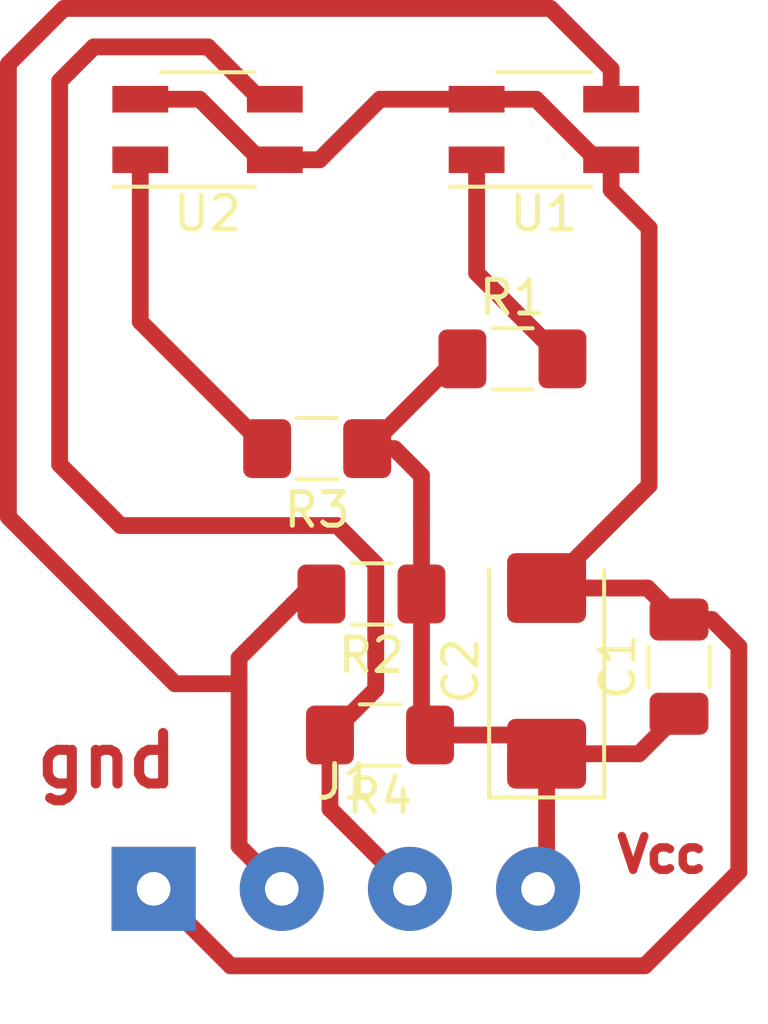
<source format=kicad_pcb>
(kicad_pcb (version 20171130) (host pcbnew "(5.0.0)")

  (general
    (thickness 1.6)
    (drawings 2)
    (tracks 65)
    (zones 0)
    (modules 9)
    (nets 7)
  )

  (page A4)
  (layers
    (0 F.Cu signal)
    (31 B.Cu signal)
    (32 B.Adhes user)
    (33 F.Adhes user)
    (34 B.Paste user)
    (35 F.Paste user)
    (36 B.SilkS user)
    (37 F.SilkS user)
    (38 B.Mask user)
    (39 F.Mask user)
    (40 Dwgs.User user)
    (41 Cmts.User user)
    (42 Eco1.User user)
    (43 Eco2.User user)
    (44 Edge.Cuts user)
    (45 Margin user)
    (46 B.CrtYd user)
    (47 F.CrtYd user)
    (48 B.Fab user)
    (49 F.Fab user)
  )

  (setup
    (last_trace_width 0.25)
    (user_trace_width 0.5)
    (trace_clearance 0.2)
    (zone_clearance 0.508)
    (zone_45_only no)
    (trace_min 0.2)
    (segment_width 0.2)
    (edge_width 0.15)
    (via_size 0.8)
    (via_drill 0.4)
    (via_min_size 0.4)
    (via_min_drill 0.3)
    (uvia_size 0.3)
    (uvia_drill 0.1)
    (uvias_allowed no)
    (uvia_min_size 0.2)
    (uvia_min_drill 0.1)
    (pcb_text_width 0.3)
    (pcb_text_size 1.5 1.5)
    (mod_edge_width 0.15)
    (mod_text_size 1 1)
    (mod_text_width 0.15)
    (pad_size 1.524 1.524)
    (pad_drill 0.762)
    (pad_to_mask_clearance 0.2)
    (aux_axis_origin 0 0)
    (visible_elements 7FFFFFFF)
    (pcbplotparams
      (layerselection 0x010fc_ffffffff)
      (usegerberextensions false)
      (usegerberattributes false)
      (usegerberadvancedattributes false)
      (creategerberjobfile false)
      (excludeedgelayer true)
      (linewidth 0.100000)
      (plotframeref false)
      (viasonmask false)
      (mode 1)
      (useauxorigin false)
      (hpglpennumber 1)
      (hpglpenspeed 20)
      (hpglpendiameter 15.000000)
      (psnegative false)
      (psa4output false)
      (plotreference true)
      (plotvalue true)
      (plotinvisibletext false)
      (padsonsilk false)
      (subtractmaskfromsilk false)
      (outputformat 1)
      (mirror false)
      (drillshape 1)
      (scaleselection 1)
      (outputdirectory ""))
  )

  (net 0 "")
  (net 1 +5V)
  (net 2 GND)
  (net 3 "Net-(J1-Pad2)")
  (net 4 "Net-(J1-Pad3)")
  (net 5 "Net-(R1-Pad2)")
  (net 6 "Net-(R3-Pad2)")

  (net_class Default "This is the default net class."
    (clearance 0.2)
    (trace_width 0.25)
    (via_dia 0.8)
    (via_drill 0.4)
    (uvia_dia 0.3)
    (uvia_drill 0.1)
    (add_net +5V)
    (add_net GND)
    (add_net "Net-(J1-Pad2)")
    (add_net "Net-(J1-Pad3)")
    (add_net "Net-(R1-Pad2)")
    (add_net "Net-(R3-Pad2)")
  )

  (module Capacitor_SMD:C_1206_3216Metric (layer F.Cu) (tedit 5B301BBE) (tstamp 5C7819AF)
    (at 144.018 60.96 90)
    (descr "Capacitor SMD 1206 (3216 Metric), square (rectangular) end terminal, IPC_7351 nominal, (Body size source: http://www.tortai-tech.com/upload/download/2011102023233369053.pdf), generated with kicad-footprint-generator")
    (tags capacitor)
    (path /5C6D660D)
    (attr smd)
    (fp_text reference C1 (at 0 -1.82 90) (layer F.SilkS)
      (effects (font (size 1 1) (thickness 0.15)))
    )
    (fp_text value 10n (at 0 1.82 90) (layer F.Fab)
      (effects (font (size 1 1) (thickness 0.15)))
    )
    (fp_line (start -1.6 0.8) (end -1.6 -0.8) (layer F.Fab) (width 0.1))
    (fp_line (start -1.6 -0.8) (end 1.6 -0.8) (layer F.Fab) (width 0.1))
    (fp_line (start 1.6 -0.8) (end 1.6 0.8) (layer F.Fab) (width 0.1))
    (fp_line (start 1.6 0.8) (end -1.6 0.8) (layer F.Fab) (width 0.1))
    (fp_line (start -0.602064 -0.91) (end 0.602064 -0.91) (layer F.SilkS) (width 0.12))
    (fp_line (start -0.602064 0.91) (end 0.602064 0.91) (layer F.SilkS) (width 0.12))
    (fp_line (start -2.28 1.12) (end -2.28 -1.12) (layer F.CrtYd) (width 0.05))
    (fp_line (start -2.28 -1.12) (end 2.28 -1.12) (layer F.CrtYd) (width 0.05))
    (fp_line (start 2.28 -1.12) (end 2.28 1.12) (layer F.CrtYd) (width 0.05))
    (fp_line (start 2.28 1.12) (end -2.28 1.12) (layer F.CrtYd) (width 0.05))
    (fp_text user %R (at 0 0 90) (layer F.Fab)
      (effects (font (size 0.8 0.8) (thickness 0.12)))
    )
    (pad 1 smd roundrect (at -1.4 0 90) (size 1.25 1.75) (layers F.Cu F.Paste F.Mask) (roundrect_rratio 0.2)
      (net 1 +5V))
    (pad 2 smd roundrect (at 1.4 0 90) (size 1.25 1.75) (layers F.Cu F.Paste F.Mask) (roundrect_rratio 0.2)
      (net 2 GND))
    (model ${KISYS3DMOD}/Capacitor_SMD.3dshapes/C_1206_3216Metric.wrl
      (at (xyz 0 0 0))
      (scale (xyz 1 1 1))
      (rotate (xyz 0 0 0))
    )
  )

  (module Capacitor_Tantalum_SMD:CP_EIA-6032-15_Kemet-U (layer F.Cu) (tedit 5B301BBE) (tstamp 5C7819C2)
    (at 140.081 61.087 90)
    (descr "Tantalum Capacitor SMD Kemet-U (6032-15 Metric), IPC_7351 nominal, (Body size from: http://www.kemet.com/Lists/ProductCatalog/Attachments/253/KEM_TC101_STD.pdf), generated with kicad-footprint-generator")
    (tags "capacitor tantalum")
    (path /5C6D73B7)
    (attr smd)
    (fp_text reference C2 (at 0 -2.55 90) (layer F.SilkS)
      (effects (font (size 1 1) (thickness 0.15)))
    )
    (fp_text value 1u (at 0 2.55 90) (layer F.Fab)
      (effects (font (size 1 1) (thickness 0.15)))
    )
    (fp_line (start 3 -1.6) (end -2.2 -1.6) (layer F.Fab) (width 0.1))
    (fp_line (start -2.2 -1.6) (end -3 -0.8) (layer F.Fab) (width 0.1))
    (fp_line (start -3 -0.8) (end -3 1.6) (layer F.Fab) (width 0.1))
    (fp_line (start -3 1.6) (end 3 1.6) (layer F.Fab) (width 0.1))
    (fp_line (start 3 1.6) (end 3 -1.6) (layer F.Fab) (width 0.1))
    (fp_line (start 3 -1.71) (end -3.76 -1.71) (layer F.SilkS) (width 0.12))
    (fp_line (start -3.76 -1.71) (end -3.76 1.71) (layer F.SilkS) (width 0.12))
    (fp_line (start -3.76 1.71) (end 3 1.71) (layer F.SilkS) (width 0.12))
    (fp_line (start -3.75 1.85) (end -3.75 -1.85) (layer F.CrtYd) (width 0.05))
    (fp_line (start -3.75 -1.85) (end 3.75 -1.85) (layer F.CrtYd) (width 0.05))
    (fp_line (start 3.75 -1.85) (end 3.75 1.85) (layer F.CrtYd) (width 0.05))
    (fp_line (start 3.75 1.85) (end -3.75 1.85) (layer F.CrtYd) (width 0.05))
    (fp_text user %R (at 0 0 90) (layer F.Fab)
      (effects (font (size 1 1) (thickness 0.15)))
    )
    (pad 1 smd roundrect (at -2.4625 0 90) (size 2.075 2.35) (layers F.Cu F.Paste F.Mask) (roundrect_rratio 0.120482)
      (net 1 +5V))
    (pad 2 smd roundrect (at 2.4625 0 90) (size 2.075 2.35) (layers F.Cu F.Paste F.Mask) (roundrect_rratio 0.120482)
      (net 2 GND))
    (model ${KISYS3DMOD}/Capacitor_Tantalum_SMD.3dshapes/CP_EIA-6032-15_Kemet-U.wrl
      (at (xyz 0 0 0))
      (scale (xyz 1 1 1))
      (rotate (xyz 0 0 0))
    )
  )

  (module Connector_Wire:SolderWirePad_1x04_P3.81mm_Drill1mm (layer F.Cu) (tedit 5AEE60B2) (tstamp 5C7819CF)
    (at 128.397 67.564)
    (descr "Wire solder connection")
    (tags connector)
    (path /5C76E0C6)
    (attr virtual)
    (fp_text reference J1 (at 5.715 -3.175) (layer F.SilkS)
      (effects (font (size 1 1) (thickness 0.15)))
    )
    (fp_text value Screw_Terminal_01x04 (at 5.715 3.175) (layer F.Fab)
      (effects (font (size 1 1) (thickness 0.15)))
    )
    (fp_text user %R (at 5.715 0) (layer F.Fab)
      (effects (font (size 1 1) (thickness 0.15)))
    )
    (fp_line (start -1.74 -1.75) (end 13.18 -1.75) (layer F.CrtYd) (width 0.05))
    (fp_line (start -1.74 -1.75) (end -1.74 1.75) (layer F.CrtYd) (width 0.05))
    (fp_line (start 13.18 1.75) (end 13.18 -1.75) (layer F.CrtYd) (width 0.05))
    (fp_line (start 13.18 1.75) (end -1.74 1.75) (layer F.CrtYd) (width 0.05))
    (pad 1 thru_hole rect (at 0 0) (size 2.49936 2.49936) (drill 1.00076) (layers *.Cu *.Mask)
      (net 2 GND))
    (pad 2 thru_hole circle (at 3.81 0) (size 2.49936 2.49936) (drill 1.00076) (layers *.Cu *.Mask)
      (net 3 "Net-(J1-Pad2)"))
    (pad 3 thru_hole circle (at 7.62 0) (size 2.49936 2.49936) (drill 1.00076) (layers *.Cu *.Mask)
      (net 4 "Net-(J1-Pad3)"))
    (pad 4 thru_hole circle (at 11.43 0) (size 2.49936 2.49936) (drill 1.00076) (layers *.Cu *.Mask)
      (net 1 +5V))
  )

  (module Resistor_SMD:R_1206_3216Metric_Pad1.42x1.75mm_HandSolder (layer F.Cu) (tedit 5B301BBD) (tstamp 5C7819E0)
    (at 139.065 51.816)
    (descr "Resistor SMD 1206 (3216 Metric), square (rectangular) end terminal, IPC_7351 nominal with elongated pad for handsoldering. (Body size source: http://www.tortai-tech.com/upload/download/2011102023233369053.pdf), generated with kicad-footprint-generator")
    (tags "resistor handsolder")
    (path /5C6D3C59)
    (attr smd)
    (fp_text reference R1 (at 0 -1.82) (layer F.SilkS)
      (effects (font (size 1 1) (thickness 0.15)))
    )
    (fp_text value 220 (at 0 1.82) (layer F.Fab)
      (effects (font (size 1 1) (thickness 0.15)))
    )
    (fp_line (start -1.6 0.8) (end -1.6 -0.8) (layer F.Fab) (width 0.1))
    (fp_line (start -1.6 -0.8) (end 1.6 -0.8) (layer F.Fab) (width 0.1))
    (fp_line (start 1.6 -0.8) (end 1.6 0.8) (layer F.Fab) (width 0.1))
    (fp_line (start 1.6 0.8) (end -1.6 0.8) (layer F.Fab) (width 0.1))
    (fp_line (start -0.602064 -0.91) (end 0.602064 -0.91) (layer F.SilkS) (width 0.12))
    (fp_line (start -0.602064 0.91) (end 0.602064 0.91) (layer F.SilkS) (width 0.12))
    (fp_line (start -2.45 1.12) (end -2.45 -1.12) (layer F.CrtYd) (width 0.05))
    (fp_line (start -2.45 -1.12) (end 2.45 -1.12) (layer F.CrtYd) (width 0.05))
    (fp_line (start 2.45 -1.12) (end 2.45 1.12) (layer F.CrtYd) (width 0.05))
    (fp_line (start 2.45 1.12) (end -2.45 1.12) (layer F.CrtYd) (width 0.05))
    (fp_text user %R (at 0 0) (layer F.Fab)
      (effects (font (size 0.8 0.8) (thickness 0.12)))
    )
    (pad 1 smd roundrect (at -1.4875 0) (size 1.425 1.75) (layers F.Cu F.Paste F.Mask) (roundrect_rratio 0.175439)
      (net 1 +5V))
    (pad 2 smd roundrect (at 1.4875 0) (size 1.425 1.75) (layers F.Cu F.Paste F.Mask) (roundrect_rratio 0.175439)
      (net 5 "Net-(R1-Pad2)"))
    (model ${KISYS3DMOD}/Resistor_SMD.3dshapes/R_1206_3216Metric.wrl
      (at (xyz 0 0 0))
      (scale (xyz 1 1 1))
      (rotate (xyz 0 0 0))
    )
  )

  (module Resistor_SMD:R_1206_3216Metric_Pad1.42x1.75mm_HandSolder (layer F.Cu) (tedit 5C769154) (tstamp 5C7819F1)
    (at 134.874 58.801 180)
    (descr "Resistor SMD 1206 (3216 Metric), square (rectangular) end terminal, IPC_7351 nominal with elongated pad for handsoldering. (Body size source: http://www.tortai-tech.com/upload/download/2011102023233369053.pdf), generated with kicad-footprint-generator")
    (tags "resistor handsolder")
    (path /5C6D394E)
    (attr smd)
    (fp_text reference R2 (at 0 -1.82 180) (layer F.SilkS)
      (effects (font (size 1 1) (thickness 0.15)))
    )
    (fp_text value 47k (at 0 1.82 180) (layer F.Fab)
      (effects (font (size 1 1) (thickness 0.15)))
    )
    (fp_line (start -1.6 0.8) (end -1.6 -0.8) (layer F.Fab) (width 0.1))
    (fp_line (start -1.6 -0.8) (end 1.6 -0.8) (layer F.Fab) (width 0.1))
    (fp_line (start 1.6 -0.8) (end 1.6 0.8) (layer F.Fab) (width 0.1))
    (fp_line (start 1.6 0.8) (end -1.6 0.8) (layer F.Fab) (width 0.1))
    (fp_line (start -0.602064 -0.91) (end 0.602064 -0.91) (layer F.SilkS) (width 0.12))
    (fp_line (start -0.602064 0.91) (end 0.602064 0.91) (layer F.SilkS) (width 0.12))
    (fp_line (start -2.45 1.12) (end -2.45 -1.12) (layer F.CrtYd) (width 0.05))
    (fp_line (start -2.45 -1.12) (end 2.45 -1.12) (layer F.CrtYd) (width 0.05))
    (fp_line (start 2.45 -1.12) (end 2.45 1.12) (layer F.CrtYd) (width 0.05))
    (fp_line (start 2.45 1.12) (end -2.45 1.12) (layer F.CrtYd) (width 0.05))
    (fp_text user %R (at 0 0 180) (layer F.Fab)
      (effects (font (size 0.8 0.8) (thickness 0.12)))
    )
    (pad 1 smd roundrect (at -1.4875 0 180) (size 1.425 1.75) (layers F.Cu F.Paste F.Mask) (roundrect_rratio 0.175439)
      (net 1 +5V))
    (pad 2 smd roundrect (at 1.4875 0 180) (size 1.425 1.75) (layers F.Cu F.Paste F.Mask) (roundrect_rratio 0.175439)
      (net 3 "Net-(J1-Pad2)"))
    (model ${KISYS3DMOD}/Resistor_SMD.3dshapes/R_1206_3216Metric.wrl
      (at (xyz 0 0 0))
      (scale (xyz 1 1 1))
      (rotate (xyz 0 0 0))
    )
  )

  (module Resistor_SMD:R_1206_3216Metric_Pad1.42x1.75mm_HandSolder (layer F.Cu) (tedit 5B301BBD) (tstamp 5C781A02)
    (at 133.2595 54.483 180)
    (descr "Resistor SMD 1206 (3216 Metric), square (rectangular) end terminal, IPC_7351 nominal with elongated pad for handsoldering. (Body size source: http://www.tortai-tech.com/upload/download/2011102023233369053.pdf), generated with kicad-footprint-generator")
    (tags "resistor handsolder")
    (path /5C6D3C99)
    (attr smd)
    (fp_text reference R3 (at 0 -1.82 180) (layer F.SilkS)
      (effects (font (size 1 1) (thickness 0.15)))
    )
    (fp_text value 220 (at 0 1.82 180) (layer F.Fab)
      (effects (font (size 1 1) (thickness 0.15)))
    )
    (fp_text user %R (at 0 0 180) (layer F.Fab)
      (effects (font (size 0.8 0.8) (thickness 0.12)))
    )
    (fp_line (start 2.45 1.12) (end -2.45 1.12) (layer F.CrtYd) (width 0.05))
    (fp_line (start 2.45 -1.12) (end 2.45 1.12) (layer F.CrtYd) (width 0.05))
    (fp_line (start -2.45 -1.12) (end 2.45 -1.12) (layer F.CrtYd) (width 0.05))
    (fp_line (start -2.45 1.12) (end -2.45 -1.12) (layer F.CrtYd) (width 0.05))
    (fp_line (start -0.602064 0.91) (end 0.602064 0.91) (layer F.SilkS) (width 0.12))
    (fp_line (start -0.602064 -0.91) (end 0.602064 -0.91) (layer F.SilkS) (width 0.12))
    (fp_line (start 1.6 0.8) (end -1.6 0.8) (layer F.Fab) (width 0.1))
    (fp_line (start 1.6 -0.8) (end 1.6 0.8) (layer F.Fab) (width 0.1))
    (fp_line (start -1.6 -0.8) (end 1.6 -0.8) (layer F.Fab) (width 0.1))
    (fp_line (start -1.6 0.8) (end -1.6 -0.8) (layer F.Fab) (width 0.1))
    (pad 2 smd roundrect (at 1.4875 0 180) (size 1.425 1.75) (layers F.Cu F.Paste F.Mask) (roundrect_rratio 0.175439)
      (net 6 "Net-(R3-Pad2)"))
    (pad 1 smd roundrect (at -1.4875 0 180) (size 1.425 1.75) (layers F.Cu F.Paste F.Mask) (roundrect_rratio 0.175439)
      (net 1 +5V))
    (model ${KISYS3DMOD}/Resistor_SMD.3dshapes/R_1206_3216Metric.wrl
      (at (xyz 0 0 0))
      (scale (xyz 1 1 1))
      (rotate (xyz 0 0 0))
    )
  )

  (module Resistor_SMD:R_1206_3216Metric_Pad1.42x1.75mm_HandSolder (layer F.Cu) (tedit 5B301BBD) (tstamp 5C781A13)
    (at 135.128 62.992 180)
    (descr "Resistor SMD 1206 (3216 Metric), square (rectangular) end terminal, IPC_7351 nominal with elongated pad for handsoldering. (Body size source: http://www.tortai-tech.com/upload/download/2011102023233369053.pdf), generated with kicad-footprint-generator")
    (tags "resistor handsolder")
    (path /5C6D39B0)
    (attr smd)
    (fp_text reference R4 (at 0 -1.82 180) (layer F.SilkS)
      (effects (font (size 1 1) (thickness 0.15)))
    )
    (fp_text value 47k (at 0 1.82 180) (layer F.Fab)
      (effects (font (size 1 1) (thickness 0.15)))
    )
    (fp_text user %R (at 0 0 180) (layer F.Fab)
      (effects (font (size 0.8 0.8) (thickness 0.12)))
    )
    (fp_line (start 2.45 1.12) (end -2.45 1.12) (layer F.CrtYd) (width 0.05))
    (fp_line (start 2.45 -1.12) (end 2.45 1.12) (layer F.CrtYd) (width 0.05))
    (fp_line (start -2.45 -1.12) (end 2.45 -1.12) (layer F.CrtYd) (width 0.05))
    (fp_line (start -2.45 1.12) (end -2.45 -1.12) (layer F.CrtYd) (width 0.05))
    (fp_line (start -0.602064 0.91) (end 0.602064 0.91) (layer F.SilkS) (width 0.12))
    (fp_line (start -0.602064 -0.91) (end 0.602064 -0.91) (layer F.SilkS) (width 0.12))
    (fp_line (start 1.6 0.8) (end -1.6 0.8) (layer F.Fab) (width 0.1))
    (fp_line (start 1.6 -0.8) (end 1.6 0.8) (layer F.Fab) (width 0.1))
    (fp_line (start -1.6 -0.8) (end 1.6 -0.8) (layer F.Fab) (width 0.1))
    (fp_line (start -1.6 0.8) (end -1.6 -0.8) (layer F.Fab) (width 0.1))
    (pad 2 smd roundrect (at 1.4875 0 180) (size 1.425 1.75) (layers F.Cu F.Paste F.Mask) (roundrect_rratio 0.175439)
      (net 4 "Net-(J1-Pad3)"))
    (pad 1 smd roundrect (at -1.4875 0 180) (size 1.425 1.75) (layers F.Cu F.Paste F.Mask) (roundrect_rratio 0.175439)
      (net 1 +5V))
    (model ${KISYS3DMOD}/Resistor_SMD.3dshapes/R_1206_3216Metric.wrl
      (at (xyz 0 0 0))
      (scale (xyz 1 1 1))
      (rotate (xyz 0 0 0))
    )
  )

  (module OptoDevice:OnSemi_CASE100CY (layer F.Cu) (tedit 5C7690DC) (tstamp 5C781A27)
    (at 140 45 90)
    (descr "OnSemi CASE 100CY, light-direction upwards, see http://www.onsemi.com/pub/Collateral/QRE1113-D.PDF")
    (tags "refective opto couple photo coupler")
    (path /5C766DAC)
    (attr smd)
    (fp_text reference U1 (at -2.5 0 180) (layer F.SilkS)
      (effects (font (size 1 1) (thickness 0.15)))
    )
    (fp_text value QRE1113 (at 0 3.9 90) (layer F.Fab)
      (effects (font (size 1 1) (thickness 0.15)))
    )
    (fp_text user %R (at 0 0.2 90) (layer F.Fab)
      (effects (font (size 0.75 0.75) (thickness 0.15)))
    )
    (fp_line (start 1.7 1.4) (end 1.7 -1.4) (layer F.SilkS) (width 0.12))
    (fp_line (start -1.7 1.4) (end -1.7 -2.8) (layer F.SilkS) (width 0.12))
    (fp_line (start -1.6 -0.8) (end -1.1 -1.3) (layer F.Fab) (width 0.12))
    (fp_line (start -1.1 -1.3) (end 1.6 -1.3) (layer F.Fab) (width 0.12))
    (fp_line (start -1.6 1.3) (end -1.6 -0.8) (layer F.Fab) (width 0.12))
    (fp_line (start 1.6 1.3) (end -1.6 1.3) (layer F.Fab) (width 0.12))
    (fp_line (start 1.6 -1.3) (end 1.6 1.3) (layer F.Fab) (width 0.12))
    (fp_line (start -1.85 -3.08) (end 1.85 -3.08) (layer F.CrtYd) (width 0.05))
    (fp_line (start -1.85 -3.08) (end -1.85 3.08) (layer F.CrtYd) (width 0.05))
    (fp_line (start 1.85 3.08) (end 1.85 -3.08) (layer F.CrtYd) (width 0.05))
    (fp_line (start 1.85 3.08) (end -1.85 3.08) (layer F.CrtYd) (width 0.05))
    (pad 3 smd rect (at 0.9 2 90) (size 0.79 1.66) (layers F.Cu F.Paste F.Mask)
      (net 3 "Net-(J1-Pad2)"))
    (pad 2 smd rect (at -0.9 2 90) (size 0.79 1.66) (layers F.Cu F.Paste F.Mask)
      (net 2 GND))
    (pad 1 smd rect (at -0.9 -2 90) (size 0.79 1.66) (layers F.Cu F.Paste F.Mask)
      (net 5 "Net-(R1-Pad2)"))
    (pad 4 smd rect (at 0.9 -2 90) (size 0.79 1.66) (layers F.Cu F.Paste F.Mask)
      (net 2 GND))
    (model ${KISYS3DMOD}/OptoDevice.3dshapes/OnSemi_CASE100CY.step
      (at (xyz 0 0 0))
      (scale (xyz 1 1 1))
      (rotate (xyz 0 0 0))
    )
  )

  (module OptoDevice:OnSemi_CASE100CY (layer F.Cu) (tedit 5A4C03B7) (tstamp 5C781A3B)
    (at 130 45 90)
    (descr "OnSemi CASE 100CY, light-direction upwards, see http://www.onsemi.com/pub/Collateral/QRE1113-D.PDF")
    (tags "refective opto couple photo coupler")
    (path /5C7671CA)
    (attr smd)
    (fp_text reference U2 (at -2.5 0 180) (layer F.SilkS)
      (effects (font (size 1 1) (thickness 0.15)))
    )
    (fp_text value QRE1113 (at 0 3.9 90) (layer F.Fab)
      (effects (font (size 1 1) (thickness 0.15)))
    )
    (fp_line (start 1.85 3.08) (end -1.85 3.08) (layer F.CrtYd) (width 0.05))
    (fp_line (start 1.85 3.08) (end 1.85 -3.08) (layer F.CrtYd) (width 0.05))
    (fp_line (start -1.85 -3.08) (end -1.85 3.08) (layer F.CrtYd) (width 0.05))
    (fp_line (start -1.85 -3.08) (end 1.85 -3.08) (layer F.CrtYd) (width 0.05))
    (fp_line (start 1.6 -1.3) (end 1.6 1.3) (layer F.Fab) (width 0.12))
    (fp_line (start 1.6 1.3) (end -1.6 1.3) (layer F.Fab) (width 0.12))
    (fp_line (start -1.6 1.3) (end -1.6 -0.8) (layer F.Fab) (width 0.12))
    (fp_line (start -1.1 -1.3) (end 1.6 -1.3) (layer F.Fab) (width 0.12))
    (fp_line (start -1.6 -0.8) (end -1.1 -1.3) (layer F.Fab) (width 0.12))
    (fp_line (start -1.7 1.4) (end -1.7 -2.8) (layer F.SilkS) (width 0.12))
    (fp_line (start 1.7 1.4) (end 1.7 -1.4) (layer F.SilkS) (width 0.12))
    (fp_text user %R (at 0 0.2 90) (layer F.Fab)
      (effects (font (size 0.75 0.75) (thickness 0.15)))
    )
    (pad 4 smd rect (at 0.9 -2 90) (size 0.79 1.66) (layers F.Cu F.Paste F.Mask)
      (net 2 GND))
    (pad 1 smd rect (at -0.9 -2 90) (size 0.79 1.66) (layers F.Cu F.Paste F.Mask)
      (net 6 "Net-(R3-Pad2)"))
    (pad 2 smd rect (at -0.9 2 90) (size 0.79 1.66) (layers F.Cu F.Paste F.Mask)
      (net 2 GND))
    (pad 3 smd rect (at 0.9 2 90) (size 0.79 1.66) (layers F.Cu F.Paste F.Mask)
      (net 4 "Net-(J1-Pad3)"))
    (model ${KISYS3DMOD}/OptoDevice.3dshapes/OnSemi_CASE100CY.step
      (at (xyz 0 0 0))
      (scale (xyz 1 1 1))
      (rotate (xyz 0 0 0))
    )
  )

  (gr_text Vcc (at 143.51 66.548) (layer F.Cu)
    (effects (font (size 1 1) (thickness 0.25)))
  )
  (gr_text "gnd\n" (at 127 63.754) (layer F.Cu)
    (effects (font (size 1.5 1.5) (thickness 0.3)))
  )

  (segment (start 137.414 51.816) (end 134.747 54.483) (width 0.5) (layer F.Cu) (net 1))
  (segment (start 137.5775 51.816) (end 137.414 51.816) (width 0.5) (layer F.Cu) (net 1))
  (segment (start 136.3615 62.738) (end 136.6155 62.992) (width 0.5) (layer F.Cu) (net 1))
  (segment (start 136.3615 58.801) (end 136.3615 62.738) (width 0.5) (layer F.Cu) (net 1))
  (segment (start 139.5235 62.992) (end 140.081 63.5495) (width 0.5) (layer F.Cu) (net 1))
  (segment (start 136.6155 62.992) (end 139.5235 62.992) (width 0.5) (layer F.Cu) (net 1))
  (segment (start 142.8285 63.5495) (end 144.018 62.36) (width 0.5) (layer F.Cu) (net 1))
  (segment (start 140.081 63.5495) (end 142.8285 63.5495) (width 0.5) (layer F.Cu) (net 1))
  (segment (start 140.081 67.31) (end 139.827 67.564) (width 0.5) (layer F.Cu) (net 1))
  (segment (start 140.081 63.5495) (end 140.081 67.31) (width 0.5) (layer F.Cu) (net 1))
  (segment (start 136.3615 56.7795) (end 136.3615 58.801) (width 0.5) (layer F.Cu) (net 1))
  (segment (start 136.3615 55.285) (end 136.3615 56.7795) (width 0.5) (layer F.Cu) (net 1))
  (segment (start 134.747 54.483) (end 135.5595 54.483) (width 0.5) (layer F.Cu) (net 1))
  (segment (start 135.5595 54.483) (end 136.3615 55.285) (width 0.5) (layer F.Cu) (net 1))
  (segment (start 138 44.1) (end 137.565 44.1) (width 0.5) (layer F.Cu) (net 2))
  (segment (start 131.565 45.9) (end 132 45.9) (width 0.5) (layer F.Cu) (net 2))
  (segment (start 129.765 44.1) (end 131.565 45.9) (width 0.5) (layer F.Cu) (net 2))
  (segment (start 128 44.1) (end 129.765 44.1) (width 0.5) (layer F.Cu) (net 2))
  (segment (start 136.67 44.1) (end 138 44.1) (width 0.5) (layer F.Cu) (net 2))
  (segment (start 135.13 44.1) (end 136.67 44.1) (width 0.5) (layer F.Cu) (net 2))
  (segment (start 133.33 45.9) (end 135.13 44.1) (width 0.5) (layer F.Cu) (net 2))
  (segment (start 132 45.9) (end 133.33 45.9) (width 0.5) (layer F.Cu) (net 2))
  (segment (start 141.565 45.9) (end 142 45.9) (width 0.5) (layer F.Cu) (net 2))
  (segment (start 139.765 44.1) (end 141.565 45.9) (width 0.5) (layer F.Cu) (net 2))
  (segment (start 138 44.1) (end 139.765 44.1) (width 0.5) (layer F.Cu) (net 2))
  (segment (start 142 46.795) (end 143.129 47.924) (width 0.5) (layer F.Cu) (net 2))
  (segment (start 142 45.9) (end 142 46.795) (width 0.5) (layer F.Cu) (net 2))
  (segment (start 143.129 55.5765) (end 140.081 58.6245) (width 0.5) (layer F.Cu) (net 2))
  (segment (start 143.129 47.924) (end 143.129 55.5765) (width 0.5) (layer F.Cu) (net 2))
  (segment (start 143.0825 58.6245) (end 144.018 59.56) (width 0.5) (layer F.Cu) (net 2))
  (segment (start 140.081 58.6245) (end 143.0825 58.6245) (width 0.5) (layer F.Cu) (net 2))
  (segment (start 130.683 69.85) (end 128.397 67.564) (width 0.5) (layer F.Cu) (net 2))
  (segment (start 143.002 69.85) (end 130.683 69.85) (width 0.5) (layer F.Cu) (net 2))
  (segment (start 145.796 67.056) (end 143.002 69.85) (width 0.5) (layer F.Cu) (net 2))
  (segment (start 145.796 60.363) (end 145.796 67.056) (width 0.5) (layer F.Cu) (net 2))
  (segment (start 144.018 59.56) (end 144.993 59.56) (width 0.5) (layer F.Cu) (net 2))
  (segment (start 144.993 59.56) (end 145.796 60.363) (width 0.5) (layer F.Cu) (net 2))
  (segment (start 130.937 66.294) (end 132.207 67.564) (width 0.5) (layer F.Cu) (net 3))
  (segment (start 133.3865 58.801) (end 132.842 58.801) (width 0.5) (layer F.Cu) (net 3))
  (segment (start 132.842 58.801) (end 130.937 60.706) (width 0.5) (layer F.Cu) (net 3))
  (segment (start 130.937 60.706) (end 130.937 61.468) (width 0.5) (layer F.Cu) (net 3))
  (segment (start 130.937 61.468) (end 130.937 66.294) (width 0.5) (layer F.Cu) (net 3))
  (segment (start 129.032 61.468) (end 130.937 61.468) (width 0.5) (layer F.Cu) (net 3))
  (segment (start 142 43.205) (end 140.197 41.402) (width 0.5) (layer F.Cu) (net 3))
  (segment (start 142 44.1) (end 142 43.205) (width 0.5) (layer F.Cu) (net 3))
  (segment (start 140.197 41.402) (end 125.73 41.402) (width 0.5) (layer F.Cu) (net 3))
  (segment (start 125.73 41.402) (end 124.079 43.053) (width 0.5) (layer F.Cu) (net 3))
  (segment (start 124.079 43.053) (end 124.079 56.515) (width 0.5) (layer F.Cu) (net 3))
  (segment (start 124.079 56.515) (end 129.032 61.468) (width 0.5) (layer F.Cu) (net 3))
  (segment (start 125.603 43.561) (end 125.603 54.9545) (width 0.5) (layer F.Cu) (net 4))
  (segment (start 126.619 42.545) (end 125.603 43.561) (width 0.5) (layer F.Cu) (net 4))
  (segment (start 130.01 42.545) (end 126.619 42.545) (width 0.5) (layer F.Cu) (net 4))
  (segment (start 132 44.1) (end 131.565 44.1) (width 0.5) (layer F.Cu) (net 4))
  (segment (start 131.565 44.1) (end 130.01 42.545) (width 0.5) (layer F.Cu) (net 4))
  (segment (start 133.6405 65.1875) (end 136.017 67.564) (width 0.5) (layer F.Cu) (net 4))
  (segment (start 133.6405 62.992) (end 133.6405 65.1875) (width 0.5) (layer F.Cu) (net 4))
  (segment (start 133.6405 62.992) (end 135.001 61.6315) (width 0.5) (layer F.Cu) (net 4))
  (segment (start 135.001 61.6315) (end 135.001 57.912) (width 0.5) (layer F.Cu) (net 4))
  (segment (start 135.001 57.912) (end 133.858 56.769) (width 0.5) (layer F.Cu) (net 4))
  (segment (start 127.4175 56.769) (end 125.603 54.9545) (width 0.5) (layer F.Cu) (net 4))
  (segment (start 133.858 56.769) (end 127.4175 56.769) (width 0.5) (layer F.Cu) (net 4))
  (segment (start 138 49.2635) (end 140.5525 51.816) (width 0.5) (layer F.Cu) (net 5))
  (segment (start 138 45.9) (end 138 49.2635) (width 0.5) (layer F.Cu) (net 5))
  (segment (start 128 50.711) (end 131.772 54.483) (width 0.5) (layer F.Cu) (net 6))
  (segment (start 128 45.9) (end 128 50.711) (width 0.5) (layer F.Cu) (net 6))

)

</source>
